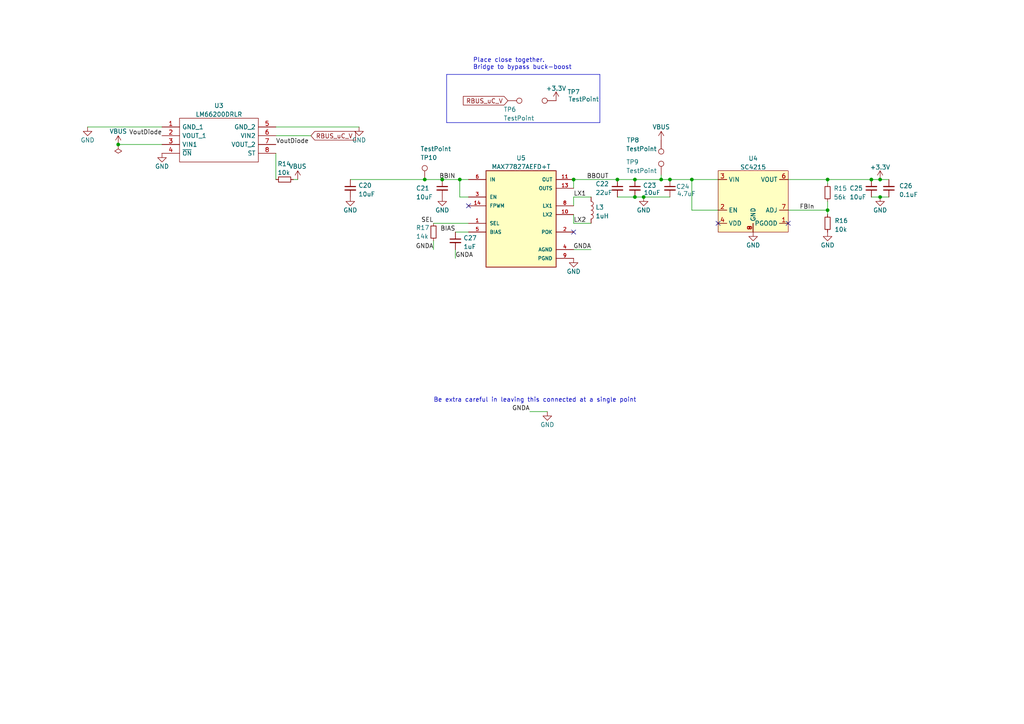
<source format=kicad_sch>
(kicad_sch (version 20230121) (generator eeschema)

  (uuid e9284afa-e324-4762-b662-a428eebcb5c2)

  (paper "A4")

  (lib_symbols
    (symbol "Connector:TestPoint" (pin_numbers hide) (pin_names (offset 0.762) hide) (in_bom yes) (on_board yes)
      (property "Reference" "TP" (at 0 6.858 0)
        (effects (font (size 1.27 1.27)))
      )
      (property "Value" "TestPoint" (at 0 5.08 0)
        (effects (font (size 1.27 1.27)))
      )
      (property "Footprint" "" (at 5.08 0 0)
        (effects (font (size 1.27 1.27)) hide)
      )
      (property "Datasheet" "~" (at 5.08 0 0)
        (effects (font (size 1.27 1.27)) hide)
      )
      (property "ki_keywords" "test point tp" (at 0 0 0)
        (effects (font (size 1.27 1.27)) hide)
      )
      (property "ki_description" "test point" (at 0 0 0)
        (effects (font (size 1.27 1.27)) hide)
      )
      (property "ki_fp_filters" "Pin* Test*" (at 0 0 0)
        (effects (font (size 1.27 1.27)) hide)
      )
      (symbol "TestPoint_0_1"
        (circle (center 0 3.302) (radius 0.762)
          (stroke (width 0) (type default))
          (fill (type none))
        )
      )
      (symbol "TestPoint_1_1"
        (pin passive line (at 0 0 90) (length 2.54)
          (name "1" (effects (font (size 1.27 1.27))))
          (number "1" (effects (font (size 1.27 1.27))))
        )
      )
    )
    (symbol "Device:C_Small" (pin_numbers hide) (pin_names (offset 0.254) hide) (in_bom yes) (on_board yes)
      (property "Reference" "C" (at 0.254 1.778 0)
        (effects (font (size 1.27 1.27)) (justify left))
      )
      (property "Value" "C_Small" (at 0.254 -2.032 0)
        (effects (font (size 1.27 1.27)) (justify left))
      )
      (property "Footprint" "" (at 0 0 0)
        (effects (font (size 1.27 1.27)) hide)
      )
      (property "Datasheet" "~" (at 0 0 0)
        (effects (font (size 1.27 1.27)) hide)
      )
      (property "ki_keywords" "capacitor cap" (at 0 0 0)
        (effects (font (size 1.27 1.27)) hide)
      )
      (property "ki_description" "Unpolarized capacitor, small symbol" (at 0 0 0)
        (effects (font (size 1.27 1.27)) hide)
      )
      (property "ki_fp_filters" "C_*" (at 0 0 0)
        (effects (font (size 1.27 1.27)) hide)
      )
      (symbol "C_Small_0_1"
        (polyline
          (pts
            (xy -1.524 -0.508)
            (xy 1.524 -0.508)
          )
          (stroke (width 0.3302) (type default))
          (fill (type none))
        )
        (polyline
          (pts
            (xy -1.524 0.508)
            (xy 1.524 0.508)
          )
          (stroke (width 0.3048) (type default))
          (fill (type none))
        )
      )
      (symbol "C_Small_1_1"
        (pin passive line (at 0 2.54 270) (length 2.032)
          (name "~" (effects (font (size 1.27 1.27))))
          (number "1" (effects (font (size 1.27 1.27))))
        )
        (pin passive line (at 0 -2.54 90) (length 2.032)
          (name "~" (effects (font (size 1.27 1.27))))
          (number "2" (effects (font (size 1.27 1.27))))
        )
      )
    )
    (symbol "Device:L" (pin_numbers hide) (pin_names (offset 1.016) hide) (in_bom yes) (on_board yes)
      (property "Reference" "L" (at -1.27 0 90)
        (effects (font (size 1.27 1.27)))
      )
      (property "Value" "L" (at 1.905 0 90)
        (effects (font (size 1.27 1.27)))
      )
      (property "Footprint" "" (at 0 0 0)
        (effects (font (size 1.27 1.27)) hide)
      )
      (property "Datasheet" "~" (at 0 0 0)
        (effects (font (size 1.27 1.27)) hide)
      )
      (property "ki_keywords" "inductor choke coil reactor magnetic" (at 0 0 0)
        (effects (font (size 1.27 1.27)) hide)
      )
      (property "ki_description" "Inductor" (at 0 0 0)
        (effects (font (size 1.27 1.27)) hide)
      )
      (property "ki_fp_filters" "Choke_* *Coil* Inductor_* L_*" (at 0 0 0)
        (effects (font (size 1.27 1.27)) hide)
      )
      (symbol "L_0_1"
        (arc (start 0 -2.54) (mid 0.6323 -1.905) (end 0 -1.27)
          (stroke (width 0) (type default))
          (fill (type none))
        )
        (arc (start 0 -1.27) (mid 0.6323 -0.635) (end 0 0)
          (stroke (width 0) (type default))
          (fill (type none))
        )
        (arc (start 0 0) (mid 0.6323 0.635) (end 0 1.27)
          (stroke (width 0) (type default))
          (fill (type none))
        )
        (arc (start 0 1.27) (mid 0.6323 1.905) (end 0 2.54)
          (stroke (width 0) (type default))
          (fill (type none))
        )
      )
      (symbol "L_1_1"
        (pin passive line (at 0 3.81 270) (length 1.27)
          (name "1" (effects (font (size 1.27 1.27))))
          (number "1" (effects (font (size 1.27 1.27))))
        )
        (pin passive line (at 0 -3.81 90) (length 1.27)
          (name "2" (effects (font (size 1.27 1.27))))
          (number "2" (effects (font (size 1.27 1.27))))
        )
      )
    )
    (symbol "Device:R_Small" (pin_numbers hide) (pin_names (offset 0.254) hide) (in_bom yes) (on_board yes)
      (property "Reference" "R" (at 0.762 0.508 0)
        (effects (font (size 1.27 1.27)) (justify left))
      )
      (property "Value" "R_Small" (at 0.762 -1.016 0)
        (effects (font (size 1.27 1.27)) (justify left))
      )
      (property "Footprint" "" (at 0 0 0)
        (effects (font (size 1.27 1.27)) hide)
      )
      (property "Datasheet" "~" (at 0 0 0)
        (effects (font (size 1.27 1.27)) hide)
      )
      (property "ki_keywords" "R resistor" (at 0 0 0)
        (effects (font (size 1.27 1.27)) hide)
      )
      (property "ki_description" "Resistor, small symbol" (at 0 0 0)
        (effects (font (size 1.27 1.27)) hide)
      )
      (property "ki_fp_filters" "R_*" (at 0 0 0)
        (effects (font (size 1.27 1.27)) hide)
      )
      (symbol "R_Small_0_1"
        (rectangle (start -0.762 1.778) (end 0.762 -1.778)
          (stroke (width 0.2032) (type default))
          (fill (type none))
        )
      )
      (symbol "R_Small_1_1"
        (pin passive line (at 0 2.54 270) (length 0.762)
          (name "~" (effects (font (size 1.27 1.27))))
          (number "1" (effects (font (size 1.27 1.27))))
        )
        (pin passive line (at 0 -2.54 90) (length 0.762)
          (name "~" (effects (font (size 1.27 1.27))))
          (number "2" (effects (font (size 1.27 1.27))))
        )
      )
    )
    (symbol "iclr:LM66200DRLR" (pin_names (offset 0.762)) (in_bom yes) (on_board yes)
      (property "Reference" "U" (at 29.21 7.62 0)
        (effects (font (size 1.27 1.27)) (justify left))
      )
      (property "Value" "LM66200DRLR" (at 29.21 5.08 0)
        (effects (font (size 1.27 1.27)) (justify left))
      )
      (property "Footprint" "SOTFL50P160X60-8N" (at 29.21 2.54 0)
        (effects (font (size 1.27 1.27)) (justify left) hide)
      )
      (property "Datasheet" "https://www.ti.com/lit/gpn/lm66200" (at 29.21 0 0)
        (effects (font (size 1.27 1.27)) (justify left) hide)
      )
      (property "Description" "1.6-V to 5.5-V, 40-m, 2.5-A, low-IQ, dual ideal diode" (at 29.21 -2.54 0)
        (effects (font (size 1.27 1.27)) (justify left) hide)
      )
      (property "Height" "0.6" (at 29.21 -5.08 0)
        (effects (font (size 1.27 1.27)) (justify left) hide)
      )
      (property "Manufacturer_Name" "Texas Instruments" (at 29.21 -7.62 0)
        (effects (font (size 1.27 1.27)) (justify left) hide)
      )
      (property "Manufacturer_Part_Number" "LM66200DRLR" (at 29.21 -10.16 0)
        (effects (font (size 1.27 1.27)) (justify left) hide)
      )
      (property "Mouser Part Number" "595-LM66200DRLR" (at 29.21 -12.7 0)
        (effects (font (size 1.27 1.27)) (justify left) hide)
      )
      (property "Mouser Price/Stock" "https://www.mouser.co.uk/ProductDetail/Texas-Instruments/LM66200DRLR?qs=Rp5uXu7WBW90hnpZAkIOdQ%3D%3D" (at 29.21 -15.24 0)
        (effects (font (size 1.27 1.27)) (justify left) hide)
      )
      (property "Arrow Part Number" "LM66200DRLR" (at 29.21 -17.78 0)
        (effects (font (size 1.27 1.27)) (justify left) hide)
      )
      (property "Arrow Price/Stock" "https://www.arrow.com/en/products/lm66200drlr/texas-instruments?region=nac" (at 29.21 -20.32 0)
        (effects (font (size 1.27 1.27)) (justify left) hide)
      )
      (property "Mouser Testing Part Number" "" (at 29.21 -22.86 0)
        (effects (font (size 1.27 1.27)) (justify left) hide)
      )
      (property "Mouser Testing Price/Stock" "" (at 29.21 -25.4 0)
        (effects (font (size 1.27 1.27)) (justify left) hide)
      )
      (property "ki_description" "1.6-V to 5.5-V, 40-m, 2.5-A, low-IQ, dual ideal diode" (at 0 0 0)
        (effects (font (size 1.27 1.27)) hide)
      )
      (symbol "LM66200DRLR_0_0"
        (pin passive line (at 0 0 0) (length 5.08)
          (name "GND_1" (effects (font (size 1.27 1.27))))
          (number "1" (effects (font (size 1.27 1.27))))
        )
        (pin passive line (at 0 -2.54 0) (length 5.08)
          (name "VOUT_1" (effects (font (size 1.27 1.27))))
          (number "2" (effects (font (size 1.27 1.27))))
        )
        (pin passive line (at 0 -5.08 0) (length 5.08)
          (name "VIN1" (effects (font (size 1.27 1.27))))
          (number "3" (effects (font (size 1.27 1.27))))
        )
        (pin passive line (at 0 -7.62 0) (length 5.08)
          (name "~{ON}" (effects (font (size 1.27 1.27))))
          (number "4" (effects (font (size 1.27 1.27))))
        )
        (pin passive line (at 33.02 0 180) (length 5.08)
          (name "GND_2" (effects (font (size 1.27 1.27))))
          (number "5" (effects (font (size 1.27 1.27))))
        )
        (pin passive line (at 33.02 -2.54 180) (length 5.08)
          (name "VIN2" (effects (font (size 1.27 1.27))))
          (number "6" (effects (font (size 1.27 1.27))))
        )
        (pin passive line (at 33.02 -5.08 180) (length 5.08)
          (name "VOUT_2" (effects (font (size 1.27 1.27))))
          (number "7" (effects (font (size 1.27 1.27))))
        )
        (pin passive line (at 33.02 -7.62 180) (length 5.08)
          (name "ST" (effects (font (size 1.27 1.27))))
          (number "8" (effects (font (size 1.27 1.27))))
        )
      )
      (symbol "LM66200DRLR_0_1"
        (polyline
          (pts
            (xy 5.08 2.54)
            (xy 27.94 2.54)
            (xy 27.94 -10.16)
            (xy 5.08 -10.16)
            (xy 5.08 2.54)
          )
          (stroke (width 0.1524) (type default))
          (fill (type none))
        )
      )
    )
    (symbol "iclr:MAX77827AEFD+T" (pin_names (offset 1.016)) (in_bom yes) (on_board yes)
      (property "Reference" "U?" (at -10.16 13.208 0)
        (effects (font (size 1.27 1.27)) (justify left bottom))
      )
      (property "Value" "MAX77827AEFD+T" (at -10.16 -17.78 0)
        (effects (font (size 1.27 1.27)) (justify left bottom))
      )
      (property "Footprint" "CONV_MAX77827AEFD+T" (at -6.35 19.05 0)
        (effects (font (size 1.27 1.27)) (justify left bottom) hide)
      )
      (property "Datasheet" "" (at 0 0 0)
        (effects (font (size 1.27 1.27)) (justify left bottom) hide)
      )
      (property "MANUFACTURER" "Maxim Integrated" (at -2.54 16.51 0)
        (effects (font (size 1.27 1.27)) (justify left bottom) hide)
      )
      (property "MAXIMUM_PACKAGE_HEIGHT" "0.6mm" (at 1.27 13.97 0)
        (effects (font (size 1.27 1.27)) (justify left bottom) hide)
      )
      (property "PARTREV" "B" (at 0 15.24 0)
        (effects (font (size 1.27 1.27)) (justify left bottom) hide)
      )
      (property "STANDARD" "Manufacturer Recommended" (at -6.35 19.05 0)
        (effects (font (size 1.27 1.27)) (justify left bottom) hide)
      )
      (property "ki_locked" "" (at 0 0 0)
        (effects (font (size 1.27 1.27)))
      )
      (symbol "MAX77827AEFD+T_0_0"
        (rectangle (start -10.16 -15.24) (end 10.16 12.7)
          (stroke (width 0.254) (type default))
          (fill (type background))
        )
        (pin passive line (at -15.24 -2.54 0) (length 5.08)
          (name "SEL" (effects (font (size 1.016 1.016))))
          (number "1" (effects (font (size 1.016 1.016))))
        )
        (pin passive line (at 15.24 0 180) (length 5.08)
          (name "LX2" (effects (font (size 1.016 1.016))))
          (number "10" (effects (font (size 1.016 1.016))))
        )
        (pin output line (at 15.24 10.16 180) (length 5.08)
          (name "OUT" (effects (font (size 1.016 1.016))))
          (number "11" (effects (font (size 1.016 1.016))))
        )
        (pin input line (at 15.24 7.62 180) (length 5.08)
          (name "OUTS" (effects (font (size 1.016 1.016))))
          (number "13" (effects (font (size 1.016 1.016))))
        )
        (pin input line (at -15.24 2.54 0) (length 5.08)
          (name "FPWM" (effects (font (size 1.016 1.016))))
          (number "14" (effects (font (size 1.016 1.016))))
        )
        (pin output line (at 15.24 -5.08 180) (length 5.08)
          (name "POK" (effects (font (size 1.016 1.016))))
          (number "2" (effects (font (size 1.016 1.016))))
        )
        (pin input line (at -15.24 5.08 0) (length 5.08)
          (name "EN" (effects (font (size 1.016 1.016))))
          (number "3" (effects (font (size 1.016 1.016))))
        )
        (pin power_in line (at 15.24 -10.16 180) (length 5.08)
          (name "AGND" (effects (font (size 1.016 1.016))))
          (number "4" (effects (font (size 1.016 1.016))))
        )
        (pin passive line (at -15.24 -5.08 0) (length 5.08)
          (name "BIAS" (effects (font (size 1.016 1.016))))
          (number "5" (effects (font (size 1.016 1.016))))
        )
        (pin input line (at -15.24 10.16 0) (length 5.08)
          (name "IN" (effects (font (size 1.016 1.016))))
          (number "6" (effects (font (size 1.016 1.016))))
        )
        (pin passive line (at 15.24 2.54 180) (length 5.08)
          (name "LX1" (effects (font (size 1.016 1.016))))
          (number "8" (effects (font (size 1.016 1.016))))
        )
        (pin power_in line (at 15.24 -12.7 180) (length 5.08)
          (name "PGND" (effects (font (size 1.016 1.016))))
          (number "9" (effects (font (size 1.016 1.016))))
        )
      )
    )
    (symbol "iclr:RT9025-25GSP" (in_bom yes) (on_board yes)
      (property "Reference" "U6" (at 0 4.8428 0)
        (effects (font (size 1.27 1.27)))
      )
      (property "Value" "RT9025-25GSP" (at 0 2.3059 0)
        (effects (font (size 1.27 1.27)))
      )
      (property "Footprint" "iclr:SOIC127P599X175-9N" (at 0 5.08 0)
        (effects (font (size 1.27 1.27)) hide)
      )
      (property "Datasheet" "" (at 0 5.08 0)
        (effects (font (size 1.27 1.27)) hide)
      )
      (symbol "RT9025-25GSP_1_1"
        (rectangle (start -10.16 1.27) (end 10.16 -16.51)
          (stroke (width 0) (type default))
          (fill (type background))
        )
        (pin output line (at 10.16 -13.97 180) (length 2.54)
          (name "PGOOD" (effects (font (size 1.27 1.27))))
          (number "1" (effects (font (size 1.27 1.27))))
        )
        (pin input line (at -10.16 -10.16 0) (length 2.54)
          (name "EN" (effects (font (size 1.27 1.27))))
          (number "2" (effects (font (size 1.27 1.27))))
        )
        (pin input line (at -10.16 -1.27 0) (length 2.54)
          (name "VIN" (effects (font (size 1.27 1.27))))
          (number "3" (effects (font (size 1.27 1.27))))
        )
        (pin input line (at -10.16 -13.97 0) (length 2.54)
          (name "VDD" (effects (font (size 1.27 1.27))))
          (number "4" (effects (font (size 1.27 1.27))))
        )
        (pin output line (at 10.16 -1.27 180) (length 2.54)
          (name "VOUT" (effects (font (size 1.27 1.27))))
          (number "6" (effects (font (size 1.27 1.27))))
        )
        (pin input line (at 10.16 -10.16 180) (length 2.54)
          (name "ADJ" (effects (font (size 1.27 1.27))))
          (number "7" (effects (font (size 1.27 1.27))))
        )
        (pin input line (at 0 -16.51 90) (length 2.54)
          (name "GND" (effects (font (size 1.27 1.27))))
          (number "8" (effects (font (size 1.27 1.27))))
        )
        (pin input line (at 0 -16.51 90) (length 2.54)
          (name "GND" (effects (font (size 1.27 1.27))))
          (number "9" (effects (font (size 1.27 1.27))))
        )
      )
    )
    (symbol "power:+3.3V" (power) (pin_names (offset 0)) (in_bom yes) (on_board yes)
      (property "Reference" "#PWR" (at 0 -3.81 0)
        (effects (font (size 1.27 1.27)) hide)
      )
      (property "Value" "+3.3V" (at 0 3.556 0)
        (effects (font (size 1.27 1.27)))
      )
      (property "Footprint" "" (at 0 0 0)
        (effects (font (size 1.27 1.27)) hide)
      )
      (property "Datasheet" "" (at 0 0 0)
        (effects (font (size 1.27 1.27)) hide)
      )
      (property "ki_keywords" "global power" (at 0 0 0)
        (effects (font (size 1.27 1.27)) hide)
      )
      (property "ki_description" "Power symbol creates a global label with name \"+3.3V\"" (at 0 0 0)
        (effects (font (size 1.27 1.27)) hide)
      )
      (symbol "+3.3V_0_1"
        (polyline
          (pts
            (xy -0.762 1.27)
            (xy 0 2.54)
          )
          (stroke (width 0) (type default))
          (fill (type none))
        )
        (polyline
          (pts
            (xy 0 0)
            (xy 0 2.54)
          )
          (stroke (width 0) (type default))
          (fill (type none))
        )
        (polyline
          (pts
            (xy 0 2.54)
            (xy 0.762 1.27)
          )
          (stroke (width 0) (type default))
          (fill (type none))
        )
      )
      (symbol "+3.3V_1_1"
        (pin power_in line (at 0 0 90) (length 0) hide
          (name "+3.3V" (effects (font (size 1.27 1.27))))
          (number "1" (effects (font (size 1.27 1.27))))
        )
      )
    )
    (symbol "power:GND" (power) (pin_names (offset 0)) (in_bom yes) (on_board yes)
      (property "Reference" "#PWR" (at 0 -6.35 0)
        (effects (font (size 1.27 1.27)) hide)
      )
      (property "Value" "GND" (at 0 -3.81 0)
        (effects (font (size 1.27 1.27)))
      )
      (property "Footprint" "" (at 0 0 0)
        (effects (font (size 1.27 1.27)) hide)
      )
      (property "Datasheet" "" (at 0 0 0)
        (effects (font (size 1.27 1.27)) hide)
      )
      (property "ki_keywords" "global power" (at 0 0 0)
        (effects (font (size 1.27 1.27)) hide)
      )
      (property "ki_description" "Power symbol creates a global label with name \"GND\" , ground" (at 0 0 0)
        (effects (font (size 1.27 1.27)) hide)
      )
      (symbol "GND_0_1"
        (polyline
          (pts
            (xy 0 0)
            (xy 0 -1.27)
            (xy 1.27 -1.27)
            (xy 0 -2.54)
            (xy -1.27 -1.27)
            (xy 0 -1.27)
          )
          (stroke (width 0) (type default))
          (fill (type none))
        )
      )
      (symbol "GND_1_1"
        (pin power_in line (at 0 0 270) (length 0) hide
          (name "GND" (effects (font (size 1.27 1.27))))
          (number "1" (effects (font (size 1.27 1.27))))
        )
      )
    )
    (symbol "power:PWR_FLAG" (power) (pin_numbers hide) (pin_names (offset 0) hide) (in_bom yes) (on_board yes)
      (property "Reference" "#FLG" (at 0 1.905 0)
        (effects (font (size 1.27 1.27)) hide)
      )
      (property "Value" "PWR_FLAG" (at 0 3.81 0)
        (effects (font (size 1.27 1.27)))
      )
      (property "Footprint" "" (at 0 0 0)
        (effects (font (size 1.27 1.27)) hide)
      )
      (property "Datasheet" "~" (at 0 0 0)
        (effects (font (size 1.27 1.27)) hide)
      )
      (property "ki_keywords" "flag power" (at 0 0 0)
        (effects (font (size 1.27 1.27)) hide)
      )
      (property "ki_description" "Special symbol for telling ERC where power comes from" (at 0 0 0)
        (effects (font (size 1.27 1.27)) hide)
      )
      (symbol "PWR_FLAG_0_0"
        (pin power_out line (at 0 0 90) (length 0)
          (name "pwr" (effects (font (size 1.27 1.27))))
          (number "1" (effects (font (size 1.27 1.27))))
        )
      )
      (symbol "PWR_FLAG_0_1"
        (polyline
          (pts
            (xy 0 0)
            (xy 0 1.27)
            (xy -1.016 1.905)
            (xy 0 2.54)
            (xy 1.016 1.905)
            (xy 0 1.27)
          )
          (stroke (width 0) (type default))
          (fill (type none))
        )
      )
    )
    (symbol "power:VBUS" (power) (pin_names (offset 0)) (in_bom yes) (on_board yes)
      (property "Reference" "#PWR" (at 0 -3.81 0)
        (effects (font (size 1.27 1.27)) hide)
      )
      (property "Value" "VBUS" (at 0 3.81 0)
        (effects (font (size 1.27 1.27)))
      )
      (property "Footprint" "" (at 0 0 0)
        (effects (font (size 1.27 1.27)) hide)
      )
      (property "Datasheet" "" (at 0 0 0)
        (effects (font (size 1.27 1.27)) hide)
      )
      (property "ki_keywords" "global power" (at 0 0 0)
        (effects (font (size 1.27 1.27)) hide)
      )
      (property "ki_description" "Power symbol creates a global label with name \"VBUS\"" (at 0 0 0)
        (effects (font (size 1.27 1.27)) hide)
      )
      (symbol "VBUS_0_1"
        (polyline
          (pts
            (xy -0.762 1.27)
            (xy 0 2.54)
          )
          (stroke (width 0) (type default))
          (fill (type none))
        )
        (polyline
          (pts
            (xy 0 0)
            (xy 0 2.54)
          )
          (stroke (width 0) (type default))
          (fill (type none))
        )
        (polyline
          (pts
            (xy 0 2.54)
            (xy 0.762 1.27)
          )
          (stroke (width 0) (type default))
          (fill (type none))
        )
      )
      (symbol "VBUS_1_1"
        (pin power_in line (at 0 0 90) (length 0) hide
          (name "VBUS" (effects (font (size 1.27 1.27))))
          (number "1" (effects (font (size 1.27 1.27))))
        )
      )
    )
  )


  (junction (at 184.15 52.07) (diameter 0) (color 0 0 0 0)
    (uuid 025e695d-8e2d-4de8-acab-7a162cc26168)
  )
  (junction (at 240.03 52.07) (diameter 0) (color 0 0 0 0)
    (uuid 059bcba6-280b-40eb-ab89-3dc5aee13437)
  )
  (junction (at 255.27 52.07) (diameter 0) (color 0 0 0 0)
    (uuid 06d56029-c268-415d-bc15-322ae67002fd)
  )
  (junction (at 191.77 52.07) (diameter 0) (color 0 0 0 0)
    (uuid 14e6f865-9c0a-49ea-b81b-07711ade0119)
  )
  (junction (at 186.69 57.15) (diameter 0) (color 0 0 0 0)
    (uuid 19e29c7d-2497-4378-be9c-d7dd5740c97b)
  )
  (junction (at 128.27 52.07) (diameter 0) (color 0 0 0 0)
    (uuid 43fb0a3d-a75c-4a89-929f-3bfabd56e48f)
  )
  (junction (at 252.73 52.07) (diameter 0) (color 0 0 0 0)
    (uuid 8179b66d-1f6d-4cd3-85ac-0088c17d8ab7)
  )
  (junction (at 194.31 52.07) (diameter 0) (color 0 0 0 0)
    (uuid 8ec9933a-dea5-4a2f-9b22-74f5bbc005c9)
  )
  (junction (at 255.27 57.15) (diameter 0) (color 0 0 0 0)
    (uuid 91d76694-39de-439c-9769-c81f38ae49dc)
  )
  (junction (at 166.37 52.07) (diameter 0) (color 0 0 0 0)
    (uuid 9e9dab12-0d16-47c5-9925-9d9e8d96d07f)
  )
  (junction (at 123.19 52.07) (diameter 0) (color 0 0 0 0)
    (uuid a3b44a8c-bdb8-452c-89dd-c0f91112399f)
  )
  (junction (at 240.03 60.96) (diameter 0) (color 0 0 0 0)
    (uuid b05e221d-8c57-4ef8-8975-519b7161da98)
  )
  (junction (at 133.35 52.07) (diameter 0) (color 0 0 0 0)
    (uuid c11ca3bc-a8bb-430a-9e10-289b52cce878)
  )
  (junction (at 34.29 41.91) (diameter 0) (color 0 0 0 0)
    (uuid d91a46e6-81ae-4295-aea1-0e44f7fd0eed)
  )
  (junction (at 179.07 52.07) (diameter 0) (color 0 0 0 0)
    (uuid e7ba0df4-f5bc-485a-89ed-b04588169d85)
  )
  (junction (at 184.15 57.15) (diameter 0) (color 0 0 0 0)
    (uuid f79e57c7-0e3c-4c62-8d9c-1df18cf27b2b)
  )
  (junction (at 200.66 52.07) (diameter 0) (color 0 0 0 0)
    (uuid fe4fbfec-e039-4d68-bf53-26cc9c4c45e6)
  )

  (no_connect (at 166.37 67.31) (uuid 53807c26-4c3b-4a33-9e89-8f68b4e2bcb2))
  (no_connect (at 135.89 59.69) (uuid 7d5ef869-90ac-4f40-91fc-2deb9689e3d1))
  (no_connect (at 228.6 64.77) (uuid c2d351a7-a4dd-4b9d-a118-bc2023d132d4))
  (no_connect (at 208.28 64.77) (uuid cf7be989-8e30-4bee-93dd-10ce2dbd1e55))

  (wire (pts (xy 80.01 52.07) (xy 80.01 44.45))
    (stroke (width 0) (type default))
    (uuid 069e75c7-38b4-4c61-9b2b-d26f0784bfa9)
  )
  (polyline (pts (xy 129.54 21.59) (xy 129.54 35.56))
    (stroke (width 0) (type default))
    (uuid 0c137dcf-8a66-441f-befa-c78fe501541b)
  )

  (wire (pts (xy 133.35 57.15) (xy 135.89 57.15))
    (stroke (width 0) (type default))
    (uuid 0ce0f0b7-ef43-4a90-95fe-6b7b2b7912e3)
  )
  (wire (pts (xy 104.14 36.83) (xy 80.01 36.83))
    (stroke (width 0) (type default))
    (uuid 0d07cbbe-592b-417c-af7f-93b278caf359)
  )
  (wire (pts (xy 166.37 52.07) (xy 179.07 52.07))
    (stroke (width 0) (type default))
    (uuid 122b2869-b8ec-4c49-ab98-3e0d5323bb2d)
  )
  (wire (pts (xy 179.07 52.07) (xy 184.15 52.07))
    (stroke (width 0) (type default))
    (uuid 18562939-7ae5-4144-9840-599fb6adc5e9)
  )
  (wire (pts (xy 240.03 52.07) (xy 240.03 53.34))
    (stroke (width 0) (type default))
    (uuid 1d4ca962-27f2-481a-84d5-0628d75d2352)
  )
  (wire (pts (xy 166.37 57.15) (xy 171.45 57.15))
    (stroke (width 0) (type default))
    (uuid 20fd74e8-e3dc-492f-8d46-fab70914d5e5)
  )
  (wire (pts (xy 200.66 52.07) (xy 200.66 60.96))
    (stroke (width 0) (type default))
    (uuid 29f89d5f-90d4-44ab-aeec-d14f8866e07f)
  )
  (wire (pts (xy 179.07 57.15) (xy 184.15 57.15))
    (stroke (width 0) (type default))
    (uuid 2c600a77-60ab-41dd-b34a-e4df0c47849e)
  )
  (wire (pts (xy 228.6 52.07) (xy 240.03 52.07))
    (stroke (width 0) (type default))
    (uuid 317d8efb-eacf-4dbb-965e-f732dc345d8c)
  )
  (wire (pts (xy 166.37 64.77) (xy 166.37 62.23))
    (stroke (width 0) (type default))
    (uuid 328aa6d3-da7a-4325-a9a1-e925b01efab3)
  )
  (wire (pts (xy 200.66 52.07) (xy 208.28 52.07))
    (stroke (width 0) (type default))
    (uuid 387e88d5-12f7-4406-9187-6916bec744b1)
  )
  (wire (pts (xy 125.73 64.77) (xy 135.89 64.77))
    (stroke (width 0) (type default))
    (uuid 48ea0a96-489c-4f5f-9567-57b93d7a7c28)
  )
  (wire (pts (xy 166.37 72.39) (xy 171.45 72.39))
    (stroke (width 0) (type default))
    (uuid 499a9f82-3aab-4f4d-b35f-ff7f0e691b21)
  )
  (wire (pts (xy 191.77 52.07) (xy 194.31 52.07))
    (stroke (width 0) (type default))
    (uuid 4eb4ab8d-2bf2-482e-a421-0cdbdb6244e4)
  )
  (wire (pts (xy 240.03 58.42) (xy 240.03 60.96))
    (stroke (width 0) (type default))
    (uuid 520088cf-b918-4091-83c9-40102fcba2d8)
  )
  (wire (pts (xy 166.37 59.69) (xy 166.37 57.15))
    (stroke (width 0) (type default))
    (uuid 54d0b93a-ed98-4e03-bfbf-76e3073701f9)
  )
  (wire (pts (xy 191.77 50.8) (xy 191.77 52.07))
    (stroke (width 0) (type default))
    (uuid 6249e04b-f43c-4872-973a-ad0605d93f47)
  )
  (wire (pts (xy 184.15 52.07) (xy 191.77 52.07))
    (stroke (width 0) (type default))
    (uuid 63eaf0a3-6d99-4d02-9521-aa50c3a316f2)
  )
  (wire (pts (xy 252.73 57.15) (xy 255.27 57.15))
    (stroke (width 0) (type default))
    (uuid 6e853dfc-ebac-4a7e-8d41-4767e570c51e)
  )
  (wire (pts (xy 133.35 52.07) (xy 133.35 57.15))
    (stroke (width 0) (type default))
    (uuid 71914f4a-ed80-4341-be43-e93b9bf12d2a)
  )
  (wire (pts (xy 200.66 60.96) (xy 208.28 60.96))
    (stroke (width 0) (type default))
    (uuid 773cb3ea-27be-4c5c-8fd1-215821eb9abe)
  )
  (wire (pts (xy 123.19 52.07) (xy 128.27 52.07))
    (stroke (width 0) (type default))
    (uuid 7842b8a8-fd2e-411a-bf1b-26c94d337b44)
  )
  (wire (pts (xy 186.69 57.15) (xy 194.31 57.15))
    (stroke (width 0) (type default))
    (uuid 78687c83-9941-45a6-9218-eaf262d35659)
  )
  (wire (pts (xy 194.31 52.07) (xy 200.66 52.07))
    (stroke (width 0) (type default))
    (uuid 7a7b01aa-2aad-4a77-b6c7-cac925513d0b)
  )
  (wire (pts (xy 125.73 72.39) (xy 125.73 69.85))
    (stroke (width 0) (type default))
    (uuid 7d3200f3-1d13-4f29-9238-5767988c515f)
  )
  (wire (pts (xy 228.6 60.96) (xy 240.03 60.96))
    (stroke (width 0) (type default))
    (uuid 8079d4db-5c65-4476-9e79-3fd6aa692d53)
  )
  (wire (pts (xy 171.45 64.77) (xy 166.37 64.77))
    (stroke (width 0) (type default))
    (uuid 86748bba-867f-45cb-9f85-1a5c751a7da5)
  )
  (wire (pts (xy 255.27 57.15) (xy 257.81 57.15))
    (stroke (width 0) (type default))
    (uuid 86bc36d8-21b7-4562-997f-bc02acac9692)
  )
  (wire (pts (xy 25.4 36.83) (xy 46.99 36.83))
    (stroke (width 0) (type default))
    (uuid 8ebf6fcc-4ea7-4e54-85c1-8337fb6c858c)
  )
  (wire (pts (xy 34.29 41.91) (xy 46.99 41.91))
    (stroke (width 0) (type default))
    (uuid 964d1527-78d9-4cd8-8981-b6177799faa6)
  )
  (wire (pts (xy 101.6 52.07) (xy 123.19 52.07))
    (stroke (width 0) (type default))
    (uuid 9829648d-2745-423f-9717-bb2c77f4bc12)
  )
  (wire (pts (xy 186.69 57.15) (xy 184.15 57.15))
    (stroke (width 0) (type default))
    (uuid 9bb1b466-6f6b-404a-ae7b-8a8177578908)
  )
  (polyline (pts (xy 173.99 35.56) (xy 129.54 35.56))
    (stroke (width 0) (type default))
    (uuid 9cdb0461-bc94-4501-affd-22d54b141994)
  )
  (polyline (pts (xy 173.99 21.59) (xy 173.99 35.56))
    (stroke (width 0) (type default))
    (uuid 9f46b781-ea4a-4e83-9037-a4f56c170db1)
  )

  (wire (pts (xy 153.67 119.38) (xy 158.75 119.38))
    (stroke (width 0) (type default))
    (uuid a88f867b-5b76-4679-864a-ca83d6af997b)
  )
  (wire (pts (xy 128.27 52.07) (xy 133.35 52.07))
    (stroke (width 0) (type default))
    (uuid acdfba8e-0438-4355-babd-7f18f0a9d336)
  )
  (wire (pts (xy 86.36 52.07) (xy 85.09 52.07))
    (stroke (width 0) (type default))
    (uuid ae05633a-c1f7-4b5a-b3af-512a8729943c)
  )
  (polyline (pts (xy 129.54 21.59) (xy 173.99 21.59))
    (stroke (width 0) (type default))
    (uuid b41836e0-06b3-4a3f-b6c4-27114c233ee8)
  )

  (wire (pts (xy 166.37 54.61) (xy 166.37 52.07))
    (stroke (width 0) (type default))
    (uuid bba4a38e-2acc-4416-9232-092f7d6a876e)
  )
  (wire (pts (xy 132.08 67.31) (xy 135.89 67.31))
    (stroke (width 0) (type default))
    (uuid c03c2ae5-721b-4064-80c3-93d26df1d30a)
  )
  (wire (pts (xy 255.27 52.07) (xy 252.73 52.07))
    (stroke (width 0) (type default))
    (uuid c8299a21-d52e-46a3-bf35-a90f56707cfe)
  )
  (wire (pts (xy 133.35 52.07) (xy 135.89 52.07))
    (stroke (width 0) (type default))
    (uuid c9a3154e-f650-4dd4-8f78-0540978414f7)
  )
  (wire (pts (xy 255.27 52.07) (xy 257.81 52.07))
    (stroke (width 0) (type default))
    (uuid d01434dc-72a8-4594-a021-8cf426d84af8)
  )
  (wire (pts (xy 90.17 39.37) (xy 80.01 39.37))
    (stroke (width 0) (type default))
    (uuid d21bb4f3-d8fa-457f-87e5-0c9117c8c3c6)
  )
  (wire (pts (xy 240.03 60.96) (xy 240.03 62.23))
    (stroke (width 0) (type default))
    (uuid d4298c3c-c451-45e7-b752-30c5ba6276b3)
  )
  (wire (pts (xy 240.03 52.07) (xy 252.73 52.07))
    (stroke (width 0) (type default))
    (uuid e9cf90f2-f40a-4e43-9dad-8eb07c30d184)
  )
  (wire (pts (xy 132.08 74.93) (xy 132.08 72.39))
    (stroke (width 0) (type default))
    (uuid f5a83c90-a4ca-4c24-befa-5d98f0f52797)
  )

  (text "Place close together.\nBridge to bypass buck-boost\n"
    (at 137.16 20.32 0)
    (effects (font (size 1.27 1.27)) (justify left bottom))
    (uuid 3a7937d4-d5a9-42a6-95f5-07bc88fba704)
  )
  (text "Be extra careful in leaving this connected at a single point\n"
    (at 125.73 116.84 0)
    (effects (font (size 1.27 1.27)) (justify left bottom))
    (uuid ddceb510-327a-43ec-a3b4-861d6a13866d)
  )

  (label "VoutDiode" (at 80.01 41.91 0) (fields_autoplaced)
    (effects (font (size 1.27 1.27)) (justify left bottom))
    (uuid 0ec526c7-6ea5-4f80-b884-0d8169b753b1)
  )
  (label "GNDA" (at 132.08 74.93 0) (fields_autoplaced)
    (effects (font (size 1.27 1.27)) (justify left bottom))
    (uuid 33e483e1-28ce-477f-8e1a-90f7633c989b)
  )
  (label "VoutDiode" (at 46.99 39.37 180) (fields_autoplaced)
    (effects (font (size 1.27 1.27)) (justify right bottom))
    (uuid 496c2a81-d5aa-4c30-b8c7-3198f4d6f74a)
  )
  (label "FBIn" (at 236.22 60.96 180) (fields_autoplaced)
    (effects (font (size 1.27 1.27)) (justify right bottom))
    (uuid 5fbcac91-7bf8-4d32-af8a-02e5f7688a48)
  )
  (label "BIAS" (at 132.08 67.31 180) (fields_autoplaced)
    (effects (font (size 1.27 1.27)) (justify right bottom))
    (uuid 60e37982-1fa9-47a9-b417-587a3fe7ceb9)
  )
  (label "LX2" (at 166.37 64.77 0) (fields_autoplaced)
    (effects (font (size 1.27 1.27)) (justify left bottom))
    (uuid 7b61fba6-6c58-4e67-b708-44bfeafe212e)
  )
  (label "GNDA" (at 153.67 119.38 180) (fields_autoplaced)
    (effects (font (size 1.27 1.27)) (justify right bottom))
    (uuid 7da82053-ba3b-46bf-b2cc-08b410b5dbbd)
  )
  (label "GNDA" (at 125.73 72.39 180) (fields_autoplaced)
    (effects (font (size 1.27 1.27)) (justify right bottom))
    (uuid 7e783541-0e95-4709-9e7d-1ab38887bfc3)
  )
  (label "SEL" (at 125.73 64.77 180) (fields_autoplaced)
    (effects (font (size 1.27 1.27)) (justify right bottom))
    (uuid 8a02467e-d38c-4404-a183-5535d785675e)
  )
  (label "GNDA" (at 171.45 72.39 180) (fields_autoplaced)
    (effects (font (size 1.27 1.27)) (justify right bottom))
    (uuid a787de0b-7ccc-4147-b23c-b19cab72577e)
  )
  (label "BBOUT" (at 170.18 52.07 0) (fields_autoplaced)
    (effects (font (size 1.27 1.27)) (justify left bottom))
    (uuid b4020e3b-82a8-4f84-b714-bf5860c1d263)
  )
  (label "LX1" (at 166.37 57.15 0) (fields_autoplaced)
    (effects (font (size 1.27 1.27)) (justify left bottom))
    (uuid e1fd3ae5-96a2-49d4-8023-84843f0218d9)
  )
  (label "BBIN" (at 132.08 52.07 180) (fields_autoplaced)
    (effects (font (size 1.27 1.27)) (justify right bottom))
    (uuid f6552616-3e16-4f1d-8d96-a50fa9e83030)
  )

  (global_label "RBUS_uC_V" (shape input) (at 147.32 29.21 180) (fields_autoplaced)
    (effects (font (size 1.27 1.27)) (justify right))
    (uuid 8d8323d3-7cbe-4936-9929-96c8416b91d5)
    (property "Intersheetrefs" "${INTERSHEET_REFS}" (at 134.4729 29.1306 0)
      (effects (font (size 1.27 1.27)) (justify right) hide)
    )
  )
  (global_label "RBUS_uC_V" (shape input) (at 90.17 39.37 0) (fields_autoplaced)
    (effects (font (size 1.27 1.27)) (justify left))
    (uuid fa70bd12-03a5-4c86-a4a3-bff8b0094b6c)
    (property "Intersheetrefs" "${INTERSHEET_REFS}" (at 103.0171 39.4494 0)
      (effects (font (size 1.27 1.27)) (justify left) hide)
    )
  )

  (symbol (lib_id "power:+3.3V") (at 161.29 29.21 0) (unit 1)
    (in_bom yes) (on_board yes) (dnp no) (fields_autoplaced)
    (uuid 01fcc328-e73e-43dc-b2ab-acd21c5b0bd6)
    (property "Reference" "#PWR035" (at 161.29 33.02 0)
      (effects (font (size 1.27 1.27)) hide)
    )
    (property "Value" "+3.3V" (at 161.29 25.654 0)
      (effects (font (size 1.27 1.27)))
    )
    (property "Footprint" "" (at 161.29 29.21 0)
      (effects (font (size 1.27 1.27)) hide)
    )
    (property "Datasheet" "" (at 161.29 29.21 0)
      (effects (font (size 1.27 1.27)) hide)
    )
    (pin "1" (uuid 7cdf4ed6-00ba-46ce-a304-48e5fb33a313))
    (instances
      (project "RicardoCHEESE"
        (path "/7db990e4-92e1-4f99-b4d2-435bbec1ba83/48a413b4-b7c2-44ac-971c-583c31b73475"
          (reference "#PWR035") (unit 1)
        )
      )
    )
  )

  (symbol (lib_id "iclr:LM66200DRLR") (at 46.99 36.83 0) (unit 1)
    (in_bom yes) (on_board yes) (dnp no) (fields_autoplaced)
    (uuid 067fcbdc-a037-45c7-a11e-fa748d280ce6)
    (property "Reference" "U3" (at 63.5 30.641 0)
      (effects (font (size 1.27 1.27)))
    )
    (property "Value" "LM66200DRLR" (at 63.5 33.1779 0)
      (effects (font (size 1.27 1.27)))
    )
    (property "Footprint" "iclr:SOTFL50P160X60-8N" (at 76.2 34.29 0)
      (effects (font (size 1.27 1.27)) (justify left) hide)
    )
    (property "Datasheet" "https://www.ti.com/lit/gpn/lm66200" (at 76.2 36.83 0)
      (effects (font (size 1.27 1.27)) (justify left) hide)
    )
    (property "Description" "1.6-V to 5.5-V, 40-m, 2.5-A, low-IQ, dual ideal diode" (at 76.2 39.37 0)
      (effects (font (size 1.27 1.27)) (justify left) hide)
    )
    (property "Height" "0.6" (at 76.2 41.91 0)
      (effects (font (size 1.27 1.27)) (justify left) hide)
    )
    (property "Manufacturer_Name" "Texas Instruments" (at 76.2 44.45 0)
      (effects (font (size 1.27 1.27)) (justify left) hide)
    )
    (property "Manufacturer_Part_Number" "LM66200DRLR" (at 76.2 46.99 0)
      (effects (font (size 1.27 1.27)) (justify left) hide)
    )
    (property "Mouser Part Number" "595-LM66200DRLR" (at 76.2 49.53 0)
      (effects (font (size 1.27 1.27)) (justify left) hide)
    )
    (property "Mouser Price/Stock" "https://www.mouser.co.uk/ProductDetail/Texas-Instruments/LM66200DRLR?qs=Rp5uXu7WBW90hnpZAkIOdQ%3D%3D" (at 76.2 52.07 0)
      (effects (font (size 1.27 1.27)) (justify left) hide)
    )
    (property "Arrow Part Number" "LM66200DRLR" (at 76.2 54.61 0)
      (effects (font (size 1.27 1.27)) (justify left) hide)
    )
    (property "Arrow Price/Stock" "https://www.arrow.com/en/products/lm66200drlr/texas-instruments?region=nac" (at 76.2 57.15 0)
      (effects (font (size 1.27 1.27)) (justify left) hide)
    )
    (property "Mouser Testing Part Number" "" (at 76.2 59.69 0)
      (effects (font (size 1.27 1.27)) (justify left) hide)
    )
    (property "Mouser Testing Price/Stock" "" (at 76.2 62.23 0)
      (effects (font (size 1.27 1.27)) (justify left) hide)
    )
    (pin "1" (uuid de04ed22-8bf6-4aa8-b9aa-bac93e62329f))
    (pin "2" (uuid c10836e3-7f96-402e-a4fc-765ae419f0e1))
    (pin "3" (uuid eb0aba89-2a8c-48c7-bfb3-d9665cf0f875))
    (pin "4" (uuid 4eaa0c19-20d0-4a63-809b-b4ca2a01a3d7))
    (pin "5" (uuid 8d12963f-ba87-4425-9f8f-437662278e72))
    (pin "6" (uuid 2f011149-03f4-40e4-9b35-ac19d5c6054f))
    (pin "7" (uuid 2826ff95-9ad9-4206-9c8a-66019c48ab44))
    (pin "8" (uuid 5fc0c83c-d5ba-486c-becb-4dfeff9996e6))
    (instances
      (project "RicardoCHEESE"
        (path "/7db990e4-92e1-4f99-b4d2-435bbec1ba83/48a413b4-b7c2-44ac-971c-583c31b73475"
          (reference "U3") (unit 1)
        )
      )
    )
  )

  (symbol (lib_id "Connector:TestPoint") (at 191.77 50.8 0) (unit 1)
    (in_bom yes) (on_board yes) (dnp no)
    (uuid 0870865b-0b96-41ff-bd58-be45e025f47e)
    (property "Reference" "TP9" (at 181.61 46.99 0)
      (effects (font (size 1.27 1.27)) (justify left))
    )
    (property "Value" "TestPoint" (at 181.61 49.5269 0)
      (effects (font (size 1.27 1.27)) (justify left))
    )
    (property "Footprint" "TestPoint:TestPoint_Pad_D1.5mm" (at 196.85 50.8 0)
      (effects (font (size 1.27 1.27)) hide)
    )
    (property "Datasheet" "~" (at 196.85 50.8 0)
      (effects (font (size 1.27 1.27)) hide)
    )
    (pin "1" (uuid 24e58f77-95c6-40c0-9248-343ffdaa6bdc))
    (instances
      (project "RicardoCHEESE"
        (path "/7db990e4-92e1-4f99-b4d2-435bbec1ba83/48a413b4-b7c2-44ac-971c-583c31b73475"
          (reference "TP9") (unit 1)
        )
      )
    )
  )

  (symbol (lib_id "Device:R_Small") (at 125.73 67.31 0) (unit 1)
    (in_bom yes) (on_board yes) (dnp no)
    (uuid 0a4b1e49-b2d0-4006-98bb-6b145ad5a71e)
    (property "Reference" "R17" (at 120.65 66.04 0)
      (effects (font (size 1.27 1.27)) (justify left))
    )
    (property "Value" "14k" (at 120.65 68.5769 0)
      (effects (font (size 1.27 1.27)) (justify left))
    )
    (property "Footprint" "Resistor_SMD:R_0402_1005Metric" (at 125.73 67.31 0)
      (effects (font (size 1.27 1.27)) hide)
    )
    (property "Datasheet" "~" (at 125.73 67.31 0)
      (effects (font (size 1.27 1.27)) hide)
    )
    (pin "1" (uuid 90a13044-e550-43a5-a130-a0233e0304d3))
    (pin "2" (uuid c26a6974-7142-4fc6-b347-8dd9733c47dd))
    (instances
      (project "RicardoCHEESE"
        (path "/7db990e4-92e1-4f99-b4d2-435bbec1ba83/48a413b4-b7c2-44ac-971c-583c31b73475"
          (reference "R17") (unit 1)
        )
      )
    )
  )

  (symbol (lib_id "Device:C_Small") (at 257.81 54.61 180) (unit 1)
    (in_bom yes) (on_board yes) (dnp no)
    (uuid 1056b828-2aea-4271-b8c6-627303237fb2)
    (property "Reference" "C26" (at 260.7683 53.9154 0)
      (effects (font (size 1.27 1.27)) (justify right))
    )
    (property "Value" "0.1uF" (at 260.7683 56.4554 0)
      (effects (font (size 1.27 1.27)) (justify right))
    )
    (property "Footprint" "Capacitor_SMD:C_0402_1005Metric" (at 257.81 54.61 0)
      (effects (font (size 1.27 1.27)) hide)
    )
    (property "Datasheet" "~" (at 257.81 54.61 0)
      (effects (font (size 1.27 1.27)) hide)
    )
    (pin "1" (uuid 811d120f-b1b3-407d-8f9c-95cc52f092e1))
    (pin "2" (uuid 10a5749b-ea11-4c40-b878-5e16f219e60a))
    (instances
      (project "RicardoCHEESE"
        (path "/7db990e4-92e1-4f99-b4d2-435bbec1ba83/48a413b4-b7c2-44ac-971c-583c31b73475"
          (reference "C26") (unit 1)
        )
      )
    )
  )

  (symbol (lib_id "Connector:TestPoint") (at 147.32 29.21 270) (unit 1)
    (in_bom yes) (on_board yes) (dnp no)
    (uuid 191a622e-bbb5-4124-b7c1-abd7ab78da85)
    (property "Reference" "TP6" (at 146.05 31.75 90)
      (effects (font (size 1.27 1.27)) (justify left))
    )
    (property "Value" "TestPoint" (at 146.05 34.2869 90)
      (effects (font (size 1.27 1.27)) (justify left))
    )
    (property "Footprint" "TestPoint:TestPoint_Pad_D1.5mm" (at 147.32 34.29 0)
      (effects (font (size 1.27 1.27)) hide)
    )
    (property "Datasheet" "~" (at 147.32 34.29 0)
      (effects (font (size 1.27 1.27)) hide)
    )
    (pin "1" (uuid cdf1a1d2-2fec-47e6-a058-f1ef4c1967da))
    (instances
      (project "RicardoCHEESE"
        (path "/7db990e4-92e1-4f99-b4d2-435bbec1ba83/48a413b4-b7c2-44ac-971c-583c31b73475"
          (reference "TP6") (unit 1)
        )
      )
    )
  )

  (symbol (lib_id "power:VBUS") (at 191.77 40.64 0) (unit 1)
    (in_bom yes) (on_board yes) (dnp no) (fields_autoplaced)
    (uuid 1aed480d-632a-46cd-8a88-18039e9b8e94)
    (property "Reference" "#PWR038" (at 191.77 44.45 0)
      (effects (font (size 1.27 1.27)) hide)
    )
    (property "Value" "VBUS" (at 191.77 36.83 0)
      (effects (font (size 1.27 1.27)))
    )
    (property "Footprint" "" (at 191.77 40.64 0)
      (effects (font (size 1.27 1.27)) hide)
    )
    (property "Datasheet" "" (at 191.77 40.64 0)
      (effects (font (size 1.27 1.27)) hide)
    )
    (pin "1" (uuid f3894a1c-3b8c-4d72-9b64-643987d8b954))
    (instances
      (project "RicardoCHEESE"
        (path "/7db990e4-92e1-4f99-b4d2-435bbec1ba83/48a413b4-b7c2-44ac-971c-583c31b73475"
          (reference "#PWR038") (unit 1)
        )
      )
    )
  )

  (symbol (lib_id "Device:C_Small") (at 184.15 54.61 0) (unit 1)
    (in_bom yes) (on_board yes) (dnp no)
    (uuid 1ba472dc-82f1-494b-93be-f4a7d3a53013)
    (property "Reference" "C23" (at 186.4741 53.7816 0)
      (effects (font (size 1.27 1.27)) (justify left))
    )
    (property "Value" "10uF" (at 186.69 55.88 0)
      (effects (font (size 1.27 1.27)) (justify left))
    )
    (property "Footprint" "Capacitor_SMD:C_0603_1608Metric" (at 184.15 54.61 0)
      (effects (font (size 1.27 1.27)) hide)
    )
    (property "Datasheet" "~" (at 184.15 54.61 0)
      (effects (font (size 1.27 1.27)) hide)
    )
    (pin "1" (uuid d3387587-e560-432a-83a0-554a1c44342f))
    (pin "2" (uuid 34008909-d15a-432e-8a83-89239de5595a))
    (instances
      (project "RicardoCHEESE"
        (path "/7db990e4-92e1-4f99-b4d2-435bbec1ba83/48a413b4-b7c2-44ac-971c-583c31b73475"
          (reference "C23") (unit 1)
        )
      )
    )
  )

  (symbol (lib_id "power:VBUS") (at 34.29 41.91 0) (unit 1)
    (in_bom yes) (on_board yes) (dnp no) (fields_autoplaced)
    (uuid 1c623854-08d3-4713-928c-d4f4420abb63)
    (property "Reference" "#PWR039" (at 34.29 45.72 0)
      (effects (font (size 1.27 1.27)) hide)
    )
    (property "Value" "VBUS" (at 34.29 38.1 0)
      (effects (font (size 1.27 1.27)))
    )
    (property "Footprint" "" (at 34.29 41.91 0)
      (effects (font (size 1.27 1.27)) hide)
    )
    (property "Datasheet" "" (at 34.29 41.91 0)
      (effects (font (size 1.27 1.27)) hide)
    )
    (pin "1" (uuid aba9c3ce-2457-4e71-bdc1-1b9cc7957fd2))
    (instances
      (project "RicardoCHEESE"
        (path "/7db990e4-92e1-4f99-b4d2-435bbec1ba83/48a413b4-b7c2-44ac-971c-583c31b73475"
          (reference "#PWR039") (unit 1)
        )
      )
    )
  )

  (symbol (lib_id "Device:L") (at 171.45 60.96 0) (unit 1)
    (in_bom yes) (on_board yes) (dnp no) (fields_autoplaced)
    (uuid 1daaa7b8-83e3-44be-97b2-19fce821ff43)
    (property "Reference" "L3" (at 172.72 60.1253 0)
      (effects (font (size 1.27 1.27)) (justify left))
    )
    (property "Value" "1uH" (at 172.72 62.6622 0)
      (effects (font (size 1.27 1.27)) (justify left))
    )
    (property "Footprint" "Inductor_SMD:L_0805_2012Metric" (at 171.45 60.96 0)
      (effects (font (size 1.27 1.27)) hide)
    )
    (property "Datasheet" "~" (at 171.45 60.96 0)
      (effects (font (size 1.27 1.27)) hide)
    )
    (pin "1" (uuid d52f89a6-a217-474e-ab6b-2e4fd72edce3))
    (pin "2" (uuid 897d816f-bfb5-4bc8-9c51-b63c0a1f6524))
    (instances
      (project "RicardoCHEESE"
        (path "/7db990e4-92e1-4f99-b4d2-435bbec1ba83/48a413b4-b7c2-44ac-971c-583c31b73475"
          (reference "L3") (unit 1)
        )
      )
    )
  )

  (symbol (lib_id "Device:R_Small") (at 82.55 52.07 270) (unit 1)
    (in_bom yes) (on_board yes) (dnp no)
    (uuid 233da54d-2ad1-4236-97fa-24a238a57afa)
    (property "Reference" "R14" (at 80.4811 47.5279 90)
      (effects (font (size 1.27 1.27)) (justify left))
    )
    (property "Value" "10k" (at 80.4811 50.0679 90)
      (effects (font (size 1.27 1.27)) (justify left))
    )
    (property "Footprint" "Resistor_SMD:R_0402_1005Metric" (at 82.55 52.07 0)
      (effects (font (size 1.27 1.27)) hide)
    )
    (property "Datasheet" "~" (at 82.55 52.07 0)
      (effects (font (size 1.27 1.27)) hide)
    )
    (pin "1" (uuid 2e98db93-b588-48ac-af37-f22f1eeff613))
    (pin "2" (uuid 800a0b3c-3cb7-4d2d-9dd9-d6fb0311840e))
    (instances
      (project "RicardoCHEESE"
        (path "/7db990e4-92e1-4f99-b4d2-435bbec1ba83/48a413b4-b7c2-44ac-971c-583c31b73475"
          (reference "R14") (unit 1)
        )
      )
    )
  )

  (symbol (lib_id "Connector:TestPoint") (at 123.19 52.07 0) (unit 1)
    (in_bom yes) (on_board yes) (dnp no)
    (uuid 268b5def-07ff-4842-bca3-d3886d833ee9)
    (property "Reference" "TP10" (at 121.92 45.72 0)
      (effects (font (size 1.27 1.27)) (justify left))
    )
    (property "Value" "TestPoint" (at 121.92 43.1831 0)
      (effects (font (size 1.27 1.27)) (justify left))
    )
    (property "Footprint" "TestPoint:TestPoint_Pad_D1.5mm" (at 128.27 52.07 0)
      (effects (font (size 1.27 1.27)) hide)
    )
    (property "Datasheet" "~" (at 128.27 52.07 0)
      (effects (font (size 1.27 1.27)) hide)
    )
    (pin "1" (uuid 95b4cc13-de75-4a01-8f4e-159ea6000653))
    (instances
      (project "RicardoCHEESE"
        (path "/7db990e4-92e1-4f99-b4d2-435bbec1ba83/48a413b4-b7c2-44ac-971c-583c31b73475"
          (reference "TP10") (unit 1)
        )
      )
    )
  )

  (symbol (lib_id "Device:R_Small") (at 240.03 64.77 0) (unit 1)
    (in_bom yes) (on_board yes) (dnp no)
    (uuid 28e1f9c2-2a3d-4c7c-bc73-f83b8d1538c8)
    (property "Reference" "R16" (at 242.044 64.0197 0)
      (effects (font (size 1.27 1.27)) (justify left))
    )
    (property "Value" "10k" (at 242.044 66.5597 0)
      (effects (font (size 1.27 1.27)) (justify left))
    )
    (property "Footprint" "Resistor_SMD:R_0402_1005Metric" (at 240.03 64.77 0)
      (effects (font (size 1.27 1.27)) hide)
    )
    (property "Datasheet" "~" (at 240.03 64.77 0)
      (effects (font (size 1.27 1.27)) hide)
    )
    (pin "1" (uuid ebab3158-d028-4d5a-af97-c3406c96f4c3))
    (pin "2" (uuid 9a09eb65-e43b-4bb2-b499-7ae51152133f))
    (instances
      (project "RicardoCHEESE"
        (path "/7db990e4-92e1-4f99-b4d2-435bbec1ba83/48a413b4-b7c2-44ac-971c-583c31b73475"
          (reference "R16") (unit 1)
        )
      )
    )
  )

  (symbol (lib_id "power:GND") (at 186.69 57.15 0) (unit 1)
    (in_bom yes) (on_board yes) (dnp no) (fields_autoplaced)
    (uuid 4cfe7de4-d9cf-4262-a8c0-423ce6aa3c30)
    (property "Reference" "#PWR045" (at 186.69 63.5 0)
      (effects (font (size 1.27 1.27)) hide)
    )
    (property "Value" "GND" (at 186.69 60.96 0)
      (effects (font (size 1.27 1.27)))
    )
    (property "Footprint" "" (at 186.69 57.15 0)
      (effects (font (size 1.27 1.27)) hide)
    )
    (property "Datasheet" "" (at 186.69 57.15 0)
      (effects (font (size 1.27 1.27)) hide)
    )
    (pin "1" (uuid 353c51ff-aa40-40de-a07a-ab2fe892f9a4))
    (instances
      (project "RicardoCHEESE"
        (path "/7db990e4-92e1-4f99-b4d2-435bbec1ba83/48a413b4-b7c2-44ac-971c-583c31b73475"
          (reference "#PWR045") (unit 1)
        )
      )
    )
  )

  (symbol (lib_id "Device:C_Small") (at 128.27 54.61 0) (unit 1)
    (in_bom yes) (on_board yes) (dnp no)
    (uuid 567bb23c-f67b-4294-974e-5782f02ee6b1)
    (property "Reference" "C21" (at 120.65 54.61 0)
      (effects (font (size 1.27 1.27)) (justify left))
    )
    (property "Value" "10uF" (at 120.65 57.1469 0)
      (effects (font (size 1.27 1.27)) (justify left))
    )
    (property "Footprint" "Capacitor_SMD:C_0603_1608Metric" (at 128.27 54.61 0)
      (effects (font (size 1.27 1.27)) hide)
    )
    (property "Datasheet" "~" (at 128.27 54.61 0)
      (effects (font (size 1.27 1.27)) hide)
    )
    (pin "1" (uuid 02307af5-118f-4115-bf70-d37b47c6c8ec))
    (pin "2" (uuid 5e7983e5-619c-4f45-a182-885b2abb3f89))
    (instances
      (project "RicardoCHEESE"
        (path "/7db990e4-92e1-4f99-b4d2-435bbec1ba83/48a413b4-b7c2-44ac-971c-583c31b73475"
          (reference "C21") (unit 1)
        )
      )
    )
  )

  (symbol (lib_id "power:GND") (at 101.6 57.15 0) (unit 1)
    (in_bom yes) (on_board yes) (dnp no) (fields_autoplaced)
    (uuid 5cc37a1d-271b-4ac9-be2a-c7b7299ba177)
    (property "Reference" "#PWR043" (at 101.6 63.5 0)
      (effects (font (size 1.27 1.27)) hide)
    )
    (property "Value" "GND" (at 101.6 60.96 0)
      (effects (font (size 1.27 1.27)))
    )
    (property "Footprint" "" (at 101.6 57.15 0)
      (effects (font (size 1.27 1.27)) hide)
    )
    (property "Datasheet" "" (at 101.6 57.15 0)
      (effects (font (size 1.27 1.27)) hide)
    )
    (pin "1" (uuid 76ca7ec7-a025-4bfa-b830-dea75a65a25d))
    (instances
      (project "RicardoCHEESE"
        (path "/7db990e4-92e1-4f99-b4d2-435bbec1ba83/48a413b4-b7c2-44ac-971c-583c31b73475"
          (reference "#PWR043") (unit 1)
        )
      )
    )
  )

  (symbol (lib_id "power:+3.3V") (at 255.27 52.07 0) (unit 1)
    (in_bom yes) (on_board yes) (dnp no) (fields_autoplaced)
    (uuid 6611b3f5-efb7-4d62-a2a4-cef7043315bc)
    (property "Reference" "#PWR042" (at 255.27 55.88 0)
      (effects (font (size 1.27 1.27)) hide)
    )
    (property "Value" "+3.3V" (at 255.27 48.514 0)
      (effects (font (size 1.27 1.27)))
    )
    (property "Footprint" "" (at 255.27 52.07 0)
      (effects (font (size 1.27 1.27)) hide)
    )
    (property "Datasheet" "" (at 255.27 52.07 0)
      (effects (font (size 1.27 1.27)) hide)
    )
    (pin "1" (uuid 84153a8b-20be-4209-9489-525bfb67f49a))
    (instances
      (project "RicardoCHEESE"
        (path "/7db990e4-92e1-4f99-b4d2-435bbec1ba83/48a413b4-b7c2-44ac-971c-583c31b73475"
          (reference "#PWR042") (unit 1)
        )
      )
    )
  )

  (symbol (lib_id "Connector:TestPoint") (at 191.77 40.64 180) (unit 1)
    (in_bom yes) (on_board yes) (dnp no)
    (uuid 6b63f8e0-062c-443a-b458-4bc92c46512c)
    (property "Reference" "TP8" (at 185.42 40.64 0)
      (effects (font (size 1.27 1.27)) (justify left))
    )
    (property "Value" "TestPoint" (at 190.5 43.1769 0)
      (effects (font (size 1.27 1.27)) (justify left))
    )
    (property "Footprint" "TestPoint:TestPoint_Pad_D1.5mm" (at 186.69 40.64 0)
      (effects (font (size 1.27 1.27)) hide)
    )
    (property "Datasheet" "~" (at 186.69 40.64 0)
      (effects (font (size 1.27 1.27)) hide)
    )
    (pin "1" (uuid 813c74e9-b7ba-4329-b429-e281baff9143))
    (instances
      (project "RicardoCHEESE"
        (path "/7db990e4-92e1-4f99-b4d2-435bbec1ba83/48a413b4-b7c2-44ac-971c-583c31b73475"
          (reference "TP8") (unit 1)
        )
      )
    )
  )

  (symbol (lib_id "power:GND") (at 255.27 57.15 0) (unit 1)
    (in_bom yes) (on_board yes) (dnp no)
    (uuid 6bbd9af4-0f09-48e9-8b94-03eed7a05e8b)
    (property "Reference" "#PWR046" (at 255.27 63.5 0)
      (effects (font (size 1.27 1.27)) hide)
    )
    (property "Value" "GND" (at 255.27 60.96 0)
      (effects (font (size 1.27 1.27)))
    )
    (property "Footprint" "" (at 255.27 57.15 0)
      (effects (font (size 1.27 1.27)) hide)
    )
    (property "Datasheet" "" (at 255.27 57.15 0)
      (effects (font (size 1.27 1.27)) hide)
    )
    (pin "1" (uuid fd8f6f74-1802-4f5b-b3b3-62338dfb6ef0))
    (instances
      (project "RicardoCHEESE"
        (path "/7db990e4-92e1-4f99-b4d2-435bbec1ba83/48a413b4-b7c2-44ac-971c-583c31b73475"
          (reference "#PWR046") (unit 1)
        )
      )
    )
  )

  (symbol (lib_id "power:PWR_FLAG") (at 34.29 41.91 180) (unit 1)
    (in_bom yes) (on_board yes) (dnp no) (fields_autoplaced)
    (uuid 73fb1f5b-b93c-4916-bc0d-6ea576deabe6)
    (property "Reference" "#FLG04" (at 34.29 43.815 0)
      (effects (font (size 1.27 1.27)) hide)
    )
    (property "Value" "PWR_FLAG" (at 34.29 46.99 0)
      (effects (font (size 1.27 1.27)) hide)
    )
    (property "Footprint" "" (at 34.29 41.91 0)
      (effects (font (size 1.27 1.27)) hide)
    )
    (property "Datasheet" "~" (at 34.29 41.91 0)
      (effects (font (size 1.27 1.27)) hide)
    )
    (pin "1" (uuid f80a28a3-b975-4307-bb3f-7c920f98c194))
    (instances
      (project "RicardoCHEESE"
        (path "/7db990e4-92e1-4f99-b4d2-435bbec1ba83/48a413b4-b7c2-44ac-971c-583c31b73475"
          (reference "#FLG04") (unit 1)
        )
      )
    )
  )

  (symbol (lib_id "power:GND") (at 218.44 67.31 0) (unit 1)
    (in_bom yes) (on_board yes) (dnp no)
    (uuid 78563d1d-3aa6-4b82-bf59-bbde4d99348a)
    (property "Reference" "#PWR047" (at 218.44 73.66 0)
      (effects (font (size 1.27 1.27)) hide)
    )
    (property "Value" "GND" (at 218.44 71.12 0)
      (effects (font (size 1.27 1.27)))
    )
    (property "Footprint" "" (at 218.44 67.31 0)
      (effects (font (size 1.27 1.27)) hide)
    )
    (property "Datasheet" "" (at 218.44 67.31 0)
      (effects (font (size 1.27 1.27)) hide)
    )
    (pin "1" (uuid 8d012bab-7e9c-47c3-ac2c-ea1e971c4780))
    (instances
      (project "RicardoCHEESE"
        (path "/7db990e4-92e1-4f99-b4d2-435bbec1ba83/48a413b4-b7c2-44ac-971c-583c31b73475"
          (reference "#PWR047") (unit 1)
        )
      )
    )
  )

  (symbol (lib_id "Device:C_Small") (at 252.73 54.61 180) (unit 1)
    (in_bom yes) (on_board yes) (dnp no)
    (uuid 79fd8204-b316-4dfe-b28b-6ca3e0915704)
    (property "Reference" "C25" (at 246.38 54.61 0)
      (effects (font (size 1.27 1.27)) (justify right))
    )
    (property "Value" "10uF" (at 246.38 57.15 0)
      (effects (font (size 1.27 1.27)) (justify right))
    )
    (property "Footprint" "Capacitor_SMD:C_0603_1608Metric" (at 252.73 54.61 0)
      (effects (font (size 1.27 1.27)) hide)
    )
    (property "Datasheet" "~" (at 252.73 54.61 0)
      (effects (font (size 1.27 1.27)) hide)
    )
    (pin "1" (uuid 0ce1dea7-ab94-4d84-ac82-cbb11fbfac3e))
    (pin "2" (uuid ddfa016f-2ca3-4b5d-938f-ed02d7d3a17f))
    (instances
      (project "RicardoCHEESE"
        (path "/7db990e4-92e1-4f99-b4d2-435bbec1ba83/48a413b4-b7c2-44ac-971c-583c31b73475"
          (reference "C25") (unit 1)
        )
      )
    )
  )

  (symbol (lib_id "power:GND") (at 128.27 57.15 0) (unit 1)
    (in_bom yes) (on_board yes) (dnp no) (fields_autoplaced)
    (uuid 7af19544-550c-41e8-b1a1-e003ac8266b0)
    (property "Reference" "#PWR044" (at 128.27 63.5 0)
      (effects (font (size 1.27 1.27)) hide)
    )
    (property "Value" "GND" (at 128.27 60.96 0)
      (effects (font (size 1.27 1.27)))
    )
    (property "Footprint" "" (at 128.27 57.15 0)
      (effects (font (size 1.27 1.27)) hide)
    )
    (property "Datasheet" "" (at 128.27 57.15 0)
      (effects (font (size 1.27 1.27)) hide)
    )
    (pin "1" (uuid c4ec5152-6266-494e-8268-518afa47370a))
    (instances
      (project "RicardoCHEESE"
        (path "/7db990e4-92e1-4f99-b4d2-435bbec1ba83/48a413b4-b7c2-44ac-971c-583c31b73475"
          (reference "#PWR044") (unit 1)
        )
      )
    )
  )

  (symbol (lib_id "Connector:TestPoint") (at 161.29 29.21 90) (unit 1)
    (in_bom yes) (on_board yes) (dnp no)
    (uuid 7ed4ea5d-2ecf-42be-88a1-8b4cc9b70ab6)
    (property "Reference" "TP7" (at 166.37 26.67 90)
      (effects (font (size 1.27 1.27)))
    )
    (property "Value" "TestPoint" (at 169.291 28.7716 90)
      (effects (font (size 1.27 1.27)))
    )
    (property "Footprint" "TestPoint:TestPoint_Pad_D1.5mm" (at 161.29 24.13 0)
      (effects (font (size 1.27 1.27)) hide)
    )
    (property "Datasheet" "~" (at 161.29 24.13 0)
      (effects (font (size 1.27 1.27)) hide)
    )
    (pin "1" (uuid 75466359-e8b7-4a6d-b8dc-138ac89c6a4a))
    (instances
      (project "RicardoCHEESE"
        (path "/7db990e4-92e1-4f99-b4d2-435bbec1ba83/48a413b4-b7c2-44ac-971c-583c31b73475"
          (reference "TP7") (unit 1)
        )
      )
    )
  )

  (symbol (lib_id "iclr:RT9025-25GSP") (at 218.44 50.8 0) (unit 1)
    (in_bom yes) (on_board yes) (dnp no) (fields_autoplaced)
    (uuid 8e7b437a-d568-4634-a4ca-9ab4da60fc54)
    (property "Reference" "U4" (at 218.44 45.9572 0)
      (effects (font (size 1.27 1.27)))
    )
    (property "Value" "SC4215" (at 218.44 48.4941 0)
      (effects (font (size 1.27 1.27)))
    )
    (property "Footprint" "iclr:SOIC127P599X175-9N" (at 218.44 45.72 0)
      (effects (font (size 1.27 1.27)) hide)
    )
    (property "Datasheet" "" (at 218.44 45.72 0)
      (effects (font (size 1.27 1.27)) hide)
    )
    (pin "1" (uuid 9b683f2f-ed5b-4e2d-a976-7acd07364576))
    (pin "2" (uuid 39f2d223-787a-41e7-aa49-f03cca45f61e))
    (pin "3" (uuid 644fc039-14ec-4235-8fdd-920b46c0bafe))
    (pin "4" (uuid 84586740-4797-418a-b915-c7d64509c879))
    (pin "6" (uuid d366fdd1-355e-4c16-8e98-ca31cf5806e9))
    (pin "7" (uuid 52520f22-1121-4b65-9754-c7b44c54c66c))
    (pin "8" (uuid ee5bc809-5263-433a-9b5c-ed0b0a95c342))
    (pin "9" (uuid 42332776-9aea-4066-a3f9-273d836ce5ba))
    (instances
      (project "RicardoCHEESE"
        (path "/7db990e4-92e1-4f99-b4d2-435bbec1ba83/48a413b4-b7c2-44ac-971c-583c31b73475"
          (reference "U4") (unit 1)
        )
      )
    )
  )

  (symbol (lib_id "Device:C_Small") (at 101.6 54.61 0) (unit 1)
    (in_bom yes) (on_board yes) (dnp no) (fields_autoplaced)
    (uuid 97cf4907-5a79-45d6-b64e-3fdf38d7790f)
    (property "Reference" "C20" (at 103.9241 53.7816 0)
      (effects (font (size 1.27 1.27)) (justify left))
    )
    (property "Value" "10uF" (at 103.9241 56.3185 0)
      (effects (font (size 1.27 1.27)) (justify left))
    )
    (property "Footprint" "Capacitor_SMD:C_0603_1608Metric" (at 101.6 54.61 0)
      (effects (font (size 1.27 1.27)) hide)
    )
    (property "Datasheet" "~" (at 101.6 54.61 0)
      (effects (font (size 1.27 1.27)) hide)
    )
    (pin "1" (uuid d3775655-5351-4a4e-b16b-f61da0b1b33d))
    (pin "2" (uuid 59264173-6555-4007-9d14-2301c2edd2b0))
    (instances
      (project "RicardoCHEESE"
        (path "/7db990e4-92e1-4f99-b4d2-435bbec1ba83/48a413b4-b7c2-44ac-971c-583c31b73475"
          (reference "C20") (unit 1)
        )
      )
    )
  )

  (symbol (lib_id "iclr:MAX77827AEFD+T") (at 151.13 62.23 0) (unit 1)
    (in_bom yes) (on_board yes) (dnp no) (fields_autoplaced)
    (uuid 9e553dc0-c0ec-45f7-ad87-8ecb647a8da4)
    (property "Reference" "U5" (at 151.13 45.8302 0)
      (effects (font (size 1.27 1.27)))
    )
    (property "Value" "MAX77827AEFD+T" (at 151.13 48.3671 0)
      (effects (font (size 1.27 1.27)))
    )
    (property "Footprint" "iclr:CONV_MAX77827AEFD+T" (at 144.78 43.18 0)
      (effects (font (size 1.27 1.27)) (justify left bottom) hide)
    )
    (property "Datasheet" "" (at 151.13 62.23 0)
      (effects (font (size 1.27 1.27)) (justify left bottom) hide)
    )
    (property "MANUFACTURER" "Maxim Integrated" (at 148.59 45.72 0)
      (effects (font (size 1.27 1.27)) (justify left bottom) hide)
    )
    (property "MAXIMUM_PACKAGE_HEIGHT" "0.6mm" (at 152.4 48.26 0)
      (effects (font (size 1.27 1.27)) (justify left bottom) hide)
    )
    (property "PARTREV" "B" (at 151.13 46.99 0)
      (effects (font (size 1.27 1.27)) (justify left bottom) hide)
    )
    (property "STANDARD" "Manufacturer Recommended" (at 144.78 43.18 0)
      (effects (font (size 1.27 1.27)) (justify left bottom) hide)
    )
    (pin "1" (uuid 5aeb54fe-c229-4949-b099-7a6aaaf46fa4))
    (pin "10" (uuid 90018d4c-0cfc-486f-a853-8f9334a5b3df))
    (pin "11" (uuid 79619a6e-a523-4b58-999c-478d53c19e38))
    (pin "13" (uuid acf52e15-a396-4ed3-900e-b4358e34f7b5))
    (pin "14" (uuid 4ba8bf03-3965-415b-980d-e461b55229b2))
    (pin "2" (uuid 38d1b731-a3d1-43d9-908c-2834771c255a))
    (pin "3" (uuid a586d7fd-49a0-4089-988d-03fb96c6b79e))
    (pin "4" (uuid 2820d123-c3dd-4055-b89d-0d2a5ffe925c))
    (pin "5" (uuid 0d7fa06d-228c-42fc-bbf5-8879241b5f7e))
    (pin "6" (uuid f33bb8c4-e9c8-4a25-ba1b-63a55e19b418))
    (pin "8" (uuid d0db84d9-c8d2-499e-92da-8d1a38eebd7a))
    (pin "9" (uuid b5ec3d24-44e8-479f-bac0-cbb4bfb9f36d))
    (instances
      (project "RicardoCHEESE"
        (path "/7db990e4-92e1-4f99-b4d2-435bbec1ba83/48a413b4-b7c2-44ac-971c-583c31b73475"
          (reference "U5") (unit 1)
        )
      )
    )
  )

  (symbol (lib_id "power:VBUS") (at 86.36 52.07 0) (unit 1)
    (in_bom yes) (on_board yes) (dnp no) (fields_autoplaced)
    (uuid a0436a39-d2dd-4bfd-9d5f-31d8848f61c7)
    (property "Reference" "#PWR041" (at 86.36 55.88 0)
      (effects (font (size 1.27 1.27)) hide)
    )
    (property "Value" "VBUS" (at 86.36 48.26 0)
      (effects (font (size 1.27 1.27)))
    )
    (property "Footprint" "" (at 86.36 52.07 0)
      (effects (font (size 1.27 1.27)) hide)
    )
    (property "Datasheet" "" (at 86.36 52.07 0)
      (effects (font (size 1.27 1.27)) hide)
    )
    (pin "1" (uuid f500cb07-576c-4fa8-bf05-0ef8d9d9e596))
    (instances
      (project "RicardoCHEESE"
        (path "/7db990e4-92e1-4f99-b4d2-435bbec1ba83/48a413b4-b7c2-44ac-971c-583c31b73475"
          (reference "#PWR041") (unit 1)
        )
      )
    )
  )

  (symbol (lib_id "power:GND") (at 240.03 67.31 0) (unit 1)
    (in_bom yes) (on_board yes) (dnp no) (fields_autoplaced)
    (uuid a70548c1-203c-4454-863e-b16fb9e9870f)
    (property "Reference" "#PWR048" (at 240.03 73.66 0)
      (effects (font (size 1.27 1.27)) hide)
    )
    (property "Value" "GND" (at 240.03 71.12 0)
      (effects (font (size 1.27 1.27)))
    )
    (property "Footprint" "" (at 240.03 67.31 0)
      (effects (font (size 1.27 1.27)) hide)
    )
    (property "Datasheet" "" (at 240.03 67.31 0)
      (effects (font (size 1.27 1.27)) hide)
    )
    (pin "1" (uuid edb7f988-5f18-4952-89f0-f7568a59ca73))
    (instances
      (project "RicardoCHEESE"
        (path "/7db990e4-92e1-4f99-b4d2-435bbec1ba83/48a413b4-b7c2-44ac-971c-583c31b73475"
          (reference "#PWR048") (unit 1)
        )
      )
    )
  )

  (symbol (lib_id "power:GND") (at 166.37 74.93 0) (unit 1)
    (in_bom yes) (on_board yes) (dnp no) (fields_autoplaced)
    (uuid a8a64c12-e727-42fe-84c9-147f489b1a0a)
    (property "Reference" "#PWR049" (at 166.37 81.28 0)
      (effects (font (size 1.27 1.27)) hide)
    )
    (property "Value" "GND" (at 166.37 78.74 0)
      (effects (font (size 1.27 1.27)))
    )
    (property "Footprint" "" (at 166.37 74.93 0)
      (effects (font (size 1.27 1.27)) hide)
    )
    (property "Datasheet" "" (at 166.37 74.93 0)
      (effects (font (size 1.27 1.27)) hide)
    )
    (pin "1" (uuid c5a74700-a75c-427c-bba2-935d41215c92))
    (instances
      (project "RicardoCHEESE"
        (path "/7db990e4-92e1-4f99-b4d2-435bbec1ba83/48a413b4-b7c2-44ac-971c-583c31b73475"
          (reference "#PWR049") (unit 1)
        )
      )
    )
  )

  (symbol (lib_id "power:GND") (at 25.4 36.83 0) (unit 1)
    (in_bom yes) (on_board yes) (dnp no) (fields_autoplaced)
    (uuid ac261603-5336-4692-858c-6a924eba379b)
    (property "Reference" "#PWR036" (at 25.4 43.18 0)
      (effects (font (size 1.27 1.27)) hide)
    )
    (property "Value" "GND" (at 25.4 40.64 0)
      (effects (font (size 1.27 1.27)))
    )
    (property "Footprint" "" (at 25.4 36.83 0)
      (effects (font (size 1.27 1.27)) hide)
    )
    (property "Datasheet" "" (at 25.4 36.83 0)
      (effects (font (size 1.27 1.27)) hide)
    )
    (pin "1" (uuid 7222144b-bb37-4ff5-af64-15b27f61dd19))
    (instances
      (project "RicardoCHEESE"
        (path "/7db990e4-92e1-4f99-b4d2-435bbec1ba83/48a413b4-b7c2-44ac-971c-583c31b73475"
          (reference "#PWR036") (unit 1)
        )
      )
    )
  )

  (symbol (lib_id "Device:C_Small") (at 194.31 54.61 0) (unit 1)
    (in_bom yes) (on_board yes) (dnp no)
    (uuid b6a292c1-c238-45b6-bc8e-5ffbaeabdf69)
    (property "Reference" "C24" (at 196.0936 54.1168 0)
      (effects (font (size 1.27 1.27)) (justify left))
    )
    (property "Value" "4.7uF" (at 196.3095 56.2152 0)
      (effects (font (size 1.27 1.27)) (justify left))
    )
    (property "Footprint" "Capacitor_SMD:C_0603_1608Metric" (at 194.31 54.61 0)
      (effects (font (size 1.27 1.27)) hide)
    )
    (property "Datasheet" "~" (at 194.31 54.61 0)
      (effects (font (size 1.27 1.27)) hide)
    )
    (pin "1" (uuid 22b4feea-685c-4300-be27-60926b3aab8c))
    (pin "2" (uuid 6cc2df0f-5ed8-46a0-910a-ff9ab6a9d9da))
    (instances
      (project "RicardoCHEESE"
        (path "/7db990e4-92e1-4f99-b4d2-435bbec1ba83/48a413b4-b7c2-44ac-971c-583c31b73475"
          (reference "C24") (unit 1)
        )
      )
    )
  )

  (symbol (lib_id "Device:C_Small") (at 179.07 54.61 0) (unit 1)
    (in_bom yes) (on_board yes) (dnp no)
    (uuid c336c539-b496-4389-acf2-e37d7fc4929b)
    (property "Reference" "C22" (at 172.72 53.3431 0)
      (effects (font (size 1.27 1.27)) (justify left))
    )
    (property "Value" "22uF" (at 172.72 55.88 0)
      (effects (font (size 1.27 1.27)) (justify left))
    )
    (property "Footprint" "Capacitor_SMD:C_0805_2012Metric" (at 179.07 54.61 0)
      (effects (font (size 1.27 1.27)) hide)
    )
    (property "Datasheet" "~" (at 179.07 54.61 0)
      (effects (font (size 1.27 1.27)) hide)
    )
    (pin "1" (uuid e4cc81b2-5a8a-4f7d-a7f9-f88506466d95))
    (pin "2" (uuid 55939b68-4c8f-498e-995c-5ceed00a2537))
    (instances
      (project "RicardoCHEESE"
        (path "/7db990e4-92e1-4f99-b4d2-435bbec1ba83/48a413b4-b7c2-44ac-971c-583c31b73475"
          (reference "C22") (unit 1)
        )
      )
    )
  )

  (symbol (lib_id "power:GND") (at 46.99 44.45 0) (unit 1)
    (in_bom yes) (on_board yes) (dnp no)
    (uuid c3e831e4-9581-4b86-9489-38377c33d701)
    (property "Reference" "#PWR040" (at 46.99 50.8 0)
      (effects (font (size 1.27 1.27)) hide)
    )
    (property "Value" "GND" (at 46.99 48.26 0)
      (effects (font (size 1.27 1.27)))
    )
    (property "Footprint" "" (at 46.99 44.45 0)
      (effects (font (size 1.27 1.27)) hide)
    )
    (property "Datasheet" "" (at 46.99 44.45 0)
      (effects (font (size 1.27 1.27)) hide)
    )
    (pin "1" (uuid db7fadd0-3fc3-431f-960a-35665ef659a4))
    (instances
      (project "RicardoCHEESE"
        (path "/7db990e4-92e1-4f99-b4d2-435bbec1ba83/48a413b4-b7c2-44ac-971c-583c31b73475"
          (reference "#PWR040") (unit 1)
        )
      )
    )
  )

  (symbol (lib_id "Device:R_Small") (at 240.03 55.88 0) (unit 1)
    (in_bom yes) (on_board yes) (dnp no)
    (uuid c558dd18-30d2-4fa8-8315-af26fe3c484f)
    (property "Reference" "R15" (at 241.7867 54.6505 0)
      (effects (font (size 1.27 1.27)) (justify left))
    )
    (property "Value" "56k" (at 241.7867 57.1905 0)
      (effects (font (size 1.27 1.27)) (justify left))
    )
    (property "Footprint" "Resistor_SMD:R_0402_1005Metric" (at 240.03 55.88 0)
      (effects (font (size 1.27 1.27)) hide)
    )
    (property "Datasheet" "~" (at 240.03 55.88 0)
      (effects (font (size 1.27 1.27)) hide)
    )
    (pin "1" (uuid bfdf93ae-8d52-4923-a9a4-4d9d20920f1b))
    (pin "2" (uuid 803f96f8-a8d0-4a08-98e0-cbe4f528f5c6))
    (instances
      (project "RicardoCHEESE"
        (path "/7db990e4-92e1-4f99-b4d2-435bbec1ba83/48a413b4-b7c2-44ac-971c-583c31b73475"
          (reference "R15") (unit 1)
        )
      )
    )
  )

  (symbol (lib_id "power:GND") (at 104.14 36.83 0) (unit 1)
    (in_bom yes) (on_board yes) (dnp no) (fields_autoplaced)
    (uuid c5fca73e-6969-4798-ae26-1f1d58d21710)
    (property "Reference" "#PWR037" (at 104.14 43.18 0)
      (effects (font (size 1.27 1.27)) hide)
    )
    (property "Value" "GND" (at 104.14 40.64 0)
      (effects (font (size 1.27 1.27)))
    )
    (property "Footprint" "" (at 104.14 36.83 0)
      (effects (font (size 1.27 1.27)) hide)
    )
    (property "Datasheet" "" (at 104.14 36.83 0)
      (effects (font (size 1.27 1.27)) hide)
    )
    (pin "1" (uuid 1fc81907-e540-4c99-93c5-0638aabde7c2))
    (instances
      (project "RicardoCHEESE"
        (path "/7db990e4-92e1-4f99-b4d2-435bbec1ba83/48a413b4-b7c2-44ac-971c-583c31b73475"
          (reference "#PWR037") (unit 1)
        )
      )
    )
  )

  (symbol (lib_id "Device:C_Small") (at 132.08 69.85 0) (unit 1)
    (in_bom yes) (on_board yes) (dnp no) (fields_autoplaced)
    (uuid c6557850-f881-4252-96a2-8cf25a1d90fd)
    (property "Reference" "C27" (at 134.4041 69.0216 0)
      (effects (font (size 1.27 1.27)) (justify left))
    )
    (property "Value" "1uF" (at 134.4041 71.5585 0)
      (effects (font (size 1.27 1.27)) (justify left))
    )
    (property "Footprint" "Capacitor_SMD:C_0603_1608Metric" (at 132.08 69.85 0)
      (effects (font (size 1.27 1.27)) hide)
    )
    (property "Datasheet" "~" (at 132.08 69.85 0)
      (effects (font (size 1.27 1.27)) hide)
    )
    (pin "1" (uuid c5de80ec-fe2b-40ae-8a15-4d28cf3e3767))
    (pin "2" (uuid 7ecd9bc5-e216-431b-85b7-45857930e63e))
    (instances
      (project "RicardoCHEESE"
        (path "/7db990e4-92e1-4f99-b4d2-435bbec1ba83/48a413b4-b7c2-44ac-971c-583c31b73475"
          (reference "C27") (unit 1)
        )
      )
    )
  )

  (symbol (lib_id "power:GND") (at 158.75 119.38 0) (unit 1)
    (in_bom yes) (on_board yes) (dnp no) (fields_autoplaced)
    (uuid e48b03d7-507a-49e6-8f1d-dc61aa61954a)
    (property "Reference" "#PWR050" (at 158.75 125.73 0)
      (effects (font (size 1.27 1.27)) hide)
    )
    (property "Value" "GND" (at 158.75 123.19 0)
      (effects (font (size 1.27 1.27)))
    )
    (property "Footprint" "" (at 158.75 119.38 0)
      (effects (font (size 1.27 1.27)) hide)
    )
    (property "Datasheet" "" (at 158.75 119.38 0)
      (effects (font (size 1.27 1.27)) hide)
    )
    (pin "1" (uuid b5441a47-c3f4-4485-8fd1-6cd8ea0a9ccf))
    (instances
      (project "RicardoCHEESE"
        (path "/7db990e4-92e1-4f99-b4d2-435bbec1ba83/48a413b4-b7c2-44ac-971c-583c31b73475"
          (reference "#PWR050") (unit 1)
        )
      )
    )
  )
)

</source>
